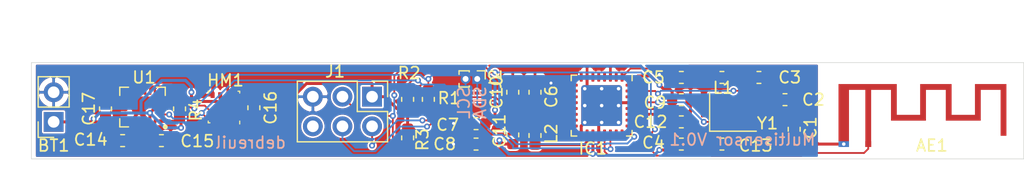
<source format=kicad_pcb>
(kicad_pcb (version 20171130) (host pcbnew "(5.1.5)-3")
  (layers (0 F.Cu signal) (31 B.Cu signal) (34 B.Paste user) (35 F.Paste user) (36 B.SilkS user) (37 F.SilkS user) (38 B.Mask user) (39 F.Mask user) (44 Edge.Cuts user))
  (net 0 "")
  (net 1 "Net-(AE1-Pad1)")
  (net 2 GND)
  (net 3 VDDS)
  (net 4 "Net-(C2-Pad1)")
  (net 5 "Net-(C5-Pad2)")
  (net 6 VDDR)
  (net 7 "Net-(C10-Pad1)")
  (net 8 nRESET)
  (net 9 "Net-(C14-Pad1)")
  (net 10 "Net-(C15-Pad1)")
  (net 11 SDA)
  (net 12 SCL)
  (net 13 "Net-(IC1-Pad31)")
  (net 14 "Net-(IC1-Pad30)")
  (net 15 "Net-(IC1-Pad26)")
  (net 16 "Net-(IC1-Pad25)")
  (net 17 "Net-(IC1-Pad23)")
  (net 18 DCDC_SW)
  (net 19 "Net-(IC1-Pad16)")
  (net 20 "Net-(IC1-Pad15)")
  (net 21 JTAG_TCK)
  (net 22 JTAG_TMS)
  (net 23 "Net-(IC1-Pad10)")
  (net 24 "Net-(IC1-Pad9)")
  (net 25 "Net-(IC1-Pad8)")
  (net 26 "Net-(IC1-Pad6)")
  (net 27 "Net-(IC1-Pad5)")
  (net 28 "Net-(IC1-Pad4)")
  (net 29 "Net-(IC1-Pad2)")
  (net 30 "Net-(J1-Pad6)")
  (net 31 I2C_SEL)
  (net 32 "Net-(U1-Pad13)")
  (net 33 "Net-(U1-Pad12)")
  (net 34 "Net-(U1-Pad11)")
  (net 35 "Net-(U1-Pad10)")
  (net 36 "Net-(U1-Pad9)")
  (module Connector_PinHeader_1.00mm:PinHeader_1x02_P1.00mm_Vertical (layer F.Cu) (at 89.027 82.042 270)
    (fp_text reference J2 (at 0 -1.56 90) (layer F.SilkS))
    (fp_text value Conn_01x02_Male)
    (pad 2 thru_hole oval (at 0 1 270) (size 0.85 0.85) (drill 0.5) (layers *.Cu *.Mask) (net 12 SCL))
    (pad 1 thru_hole rect (at 0 0 270) (size 0.85 0.85) (drill 0.5) (layers *.Cu *.Mask) (net 11 SDA))
  )
  (module Crystal:Crystal_SMD_3225-4Pin_3.2x2.5mm (layer F.Cu) (at 110.955 84.875)
    (fp_text reference Y1 (at 2.964 0.977) (layer F.SilkS))
    (fp_text value Crystal_GND24)
    (pad 4 smd rect (at -1.1 -0.85) (size 1.4 1.2) (layers F.Cu F.Paste F.Mask) (net 2 GND))
    (pad 3 smd rect (at 1.1 -0.85) (size 1.4 1.2) (layers F.Cu F.Paste F.Mask) (net 13 "Net-(IC1-Pad31)"))
    (pad 2 smd rect (at 1.1 0.85) (size 1.4 1.2) (layers F.Cu F.Paste F.Mask) (net 2 GND))
    (pad 1 smd rect (at -1.1 0.85) (size 1.4 1.2) (layers F.Cu F.Paste F.Mask) (net 14 "Net-(IC1-Pad30)"))
  )
  (module Package_LGA:LGA-24L_3x3.5mm_P0.43mm (layer F.Cu) (at 60.325 84.455 180)
    (fp_text reference U1 (at -0.127 2.54) (layer F.SilkS))
    (fp_text value LSM9DS1)
    (pad 13 smd rect (at 1.505 1.225 180) (size 0.23 0.35) (layers F.Cu F.Paste F.Mask) (net 32 "Net-(U1-Pad13)"))
    (pad 12 smd rect (at 1.075 1.225 180) (size 0.23 0.35) (layers F.Cu F.Paste F.Mask) (net 33 "Net-(U1-Pad12)"))
    (pad 11 smd rect (at 0.645 1.225 180) (size 0.23 0.35) (layers F.Cu F.Paste F.Mask) (net 34 "Net-(U1-Pad11)"))
    (pad 10 smd rect (at 0.215 1.225 180) (size 0.23 0.35) (layers F.Cu F.Paste F.Mask) (net 35 "Net-(U1-Pad10)"))
    (pad 9 smd rect (at -0.215 1.225 180) (size 0.23 0.35) (layers F.Cu F.Paste F.Mask) (net 36 "Net-(U1-Pad9)"))
    (pad 8 smd rect (at -0.645 1.225 180) (size 0.23 0.35) (layers F.Cu F.Paste F.Mask) (net 31 I2C_SEL))
    (pad 7 smd rect (at -1.075 1.225 180) (size 0.23 0.35) (layers F.Cu F.Paste F.Mask) (net 31 I2C_SEL))
    (pad 6 smd rect (at -1.505 1.225 180) (size 0.23 0.35) (layers F.Cu F.Paste F.Mask) (net 2 GND))
    (pad 18 smd rect (at 1.505 -1.225 180) (size 0.23 0.35) (layers F.Cu F.Paste F.Mask) (net 2 GND))
    (pad 19 smd rect (at 1.075 -1.225 180) (size 0.23 0.35) (layers F.Cu F.Paste F.Mask) (net 2 GND))
    (pad 20 smd rect (at 0.645 -1.225 180) (size 0.23 0.35) (layers F.Cu F.Paste F.Mask) (net 2 GND))
    (pad 21 smd rect (at 0.215 -1.225 180) (size 0.23 0.35) (layers F.Cu F.Paste F.Mask) (net 9 "Net-(C14-Pad1)"))
    (pad 22 smd rect (at -0.215 -1.225 180) (size 0.23 0.35) (layers F.Cu F.Paste F.Mask) (net 3 VDDS))
    (pad 23 smd rect (at -0.645 -1.225 180) (size 0.23 0.35) (layers F.Cu F.Paste F.Mask) (net 3 VDDS))
    (pad 24 smd rect (at -1.075 -1.225 180) (size 0.23 0.35) (layers F.Cu F.Paste F.Mask) (net 10 "Net-(C15-Pad1)"))
    (pad 14 smd rect (at 1.475 0.645 180) (size 0.35 0.23) (layers F.Cu F.Paste F.Mask) (net 2 GND))
    (pad 5 smd rect (at -1.475 0.645 180) (size 0.35 0.23) (layers F.Cu F.Paste F.Mask) (net 2 GND))
    (pad 15 smd rect (at 1.475 0.215 180) (size 0.35 0.23) (layers F.Cu F.Paste F.Mask) (net 2 GND))
    (pad 4 smd rect (at -1.475 0.215 180) (size 0.35 0.23) (layers F.Cu F.Paste F.Mask) (net 11 SDA))
    (pad 16 smd rect (at 1.475 -0.215 180) (size 0.35 0.23) (layers F.Cu F.Paste F.Mask) (net 2 GND))
    (pad 3 smd rect (at -1.475 -0.215 180) (size 0.35 0.23) (layers F.Cu F.Paste F.Mask) (net 3 VDDS))
    (pad 17 smd rect (at 1.475 -0.645 180) (size 0.35 0.23) (layers F.Cu F.Paste F.Mask) (net 2 GND))
    (pad 2 smd rect (at -1.475 -0.645 180) (size 0.35 0.23) (layers F.Cu F.Paste F.Mask) (net 12 SCL))
    (pad 1 smd rect (at -1.505 -1.225 180) (size 0.23 0.35) (layers F.Cu F.Paste F.Mask) (net 3 VDDS))
  )
  (module Resistor_SMD:R_0603_1608Metric (layer F.Cu) (at 63.5 84.6075 90)
    (fp_text reference R4 (at -0.1015 1.397 90) (layer F.SilkS))
    (fp_text value 10k)
    (pad 2 smd roundrect (at 0.7875 0 90) (size 0.875 0.95) (layers F.Cu F.Paste F.Mask) (net 31 I2C_SEL))
    (pad 1 smd roundrect (at -0.7875 0 90) (size 0.875 0.95) (layers F.Cu F.Paste F.Mask) (net 3 VDDS))
  )
  (module Resistor_SMD:R_0603_1608Metric (layer F.Cu) (at 83.058 87.0965 90)
    (fp_text reference R3 (at -0.1525 1.27 90) (layer F.SilkS))
    (fp_text value 102k)
    (pad 2 smd roundrect (at 0.7875 0 90) (size 0.875 0.95) (layers F.Cu F.Paste F.Mask) (net 3 VDDS))
    (pad 1 smd roundrect (at -0.7875 0 90) (size 0.875 0.95) (layers F.Cu F.Paste F.Mask) (net 8 nRESET))
  )
  (module Resistor_SMD:R_0603_1608Metric (layer F.Cu) (at 83.058 83.7945 270)
    (fp_text reference R2 (at -2.2605 -0.127 180) (layer F.SilkS))
    (fp_text value 4.7k)
    (pad 2 smd roundrect (at 0.7875 0 270) (size 0.875 0.95) (layers F.Cu F.Paste F.Mask) (net 3 VDDS))
    (pad 1 smd roundrect (at -0.7875 0 270) (size 0.875 0.95) (layers F.Cu F.Paste F.Mask) (net 12 SCL))
  )
  (module Resistor_SMD:R_0603_1608Metric (layer F.Cu) (at 84.836 83.7945 270)
    (fp_text reference R1 (at -0.1015 -1.778) (layer F.SilkS))
    (fp_text value 4.7k)
    (pad 2 smd roundrect (at 0.7875 0 270) (size 0.875 0.95) (layers F.Cu F.Paste F.Mask) (net 3 VDDS))
    (pad 1 smd roundrect (at -0.7875 0 270) (size 0.875 0.95) (layers F.Cu F.Paste F.Mask) (net 11 SDA))
  )
  (module Inductor_SMD:L_0603_1608Metric (layer F.Cu) (at 93.98 86.8935 90)
    (fp_text reference L2 (at 0.1525 1.397 90) (layer F.SilkS))
    (fp_text value 10uH)
    (pad 2 smd roundrect (at 0.7875 0 90) (size 0.875 0.95) (layers F.Cu F.Paste F.Mask) (net 6 VDDR))
    (pad 1 smd roundrect (at -0.7875 0 90) (size 0.875 0.95) (layers F.Cu F.Paste F.Mask) (net 18 DCDC_SW))
  )
  (module Inductor_SMD:L_0603_1608Metric (layer F.Cu) (at 110.0075 81.915 180)
    (fp_text reference L1 (at -0.1015 -0.889) (layer F.SilkS))
    (fp_text value 2nH)
    (pad 2 smd roundrect (at 0.7875 0 180) (size 0.875 0.95) (layers F.Cu F.Paste F.Mask) (net 5 "Net-(C5-Pad2)"))
    (pad 1 smd roundrect (at -0.7875 0 180) (size 0.875 0.95) (layers F.Cu F.Paste F.Mask) (net 4 "Net-(C2-Pad1)"))
  )
  (module Connector_PinHeader_2.54mm:PinHeader_2x03_P2.54mm_Vertical (layer F.Cu) (at 80.01 83.566 270)
    (fp_text reference J1 (at -2.159 3.175 180) (layer F.SilkS))
    (fp_text value JTAG)
    (pad 6 thru_hole oval (at 2.54 5.08 270) (size 1.7 1.7) (drill 1) (layers *.Cu *.Mask) (net 30 "Net-(J1-Pad6)"))
    (pad 5 thru_hole oval (at 0 5.08 270) (size 1.7 1.7) (drill 1) (layers *.Cu *.Mask) (net 2 GND))
    (pad 4 thru_hole oval (at 2.54 2.54 270) (size 1.7 1.7) (drill 1) (layers *.Cu *.Mask) (net 21 JTAG_TCK))
    (pad 3 thru_hole oval (at 0 2.54 270) (size 1.7 1.7) (drill 1) (layers *.Cu *.Mask) (net 8 nRESET))
    (pad 2 thru_hole oval (at 2.54 0 270) (size 1.7 1.7) (drill 1) (layers *.Cu *.Mask) (net 22 JTAG_TMS))
    (pad 1 thru_hole rect (at 0 0 270) (size 1.7 1.7) (drill 1) (layers *.Cu *.Mask) (net 3 VDDS))
  )
  (module Package_DFN_QFN:VQFN-32-1EP_5x5mm_P0.5mm_EP3.5x3.5mm_ThermalVias (layer F.Cu) (at 99.695 84.328 270)
    (fp_text reference IC1 (at 3.683 0.762 180) (layer F.SilkS))
    (fp_text value CC2650F128RSMT)
    (pad 32 smd roundrect (at -1.75 -2.45 270) (size 0.25 0.8) (layers F.Cu F.Paste F.Mask) (net 6 VDDR))
    (pad 31 smd roundrect (at -1.25 -2.45 270) (size 0.25 0.8) (layers F.Cu F.Paste F.Mask) (net 13 "Net-(IC1-Pad31)"))
    (pad 30 smd roundrect (at -0.75 -2.45 270) (size 0.25 0.8) (layers F.Cu F.Paste F.Mask) (net 14 "Net-(IC1-Pad30)"))
    (pad 29 smd roundrect (at -0.25 -2.45 270) (size 0.25 0.8) (layers F.Cu F.Paste F.Mask) (net 2 GND))
    (pad 28 smd roundrect (at 0.25 -2.45 270) (size 0.25 0.8) (layers F.Cu F.Paste F.Mask) (net 6 VDDR))
    (pad 27 smd roundrect (at 0.75 -2.45 270) (size 0.25 0.8) (layers F.Cu F.Paste F.Mask) (net 3 VDDS))
    (pad 26 smd roundrect (at 1.25 -2.45 270) (size 0.25 0.8) (layers F.Cu F.Paste F.Mask) (net 15 "Net-(IC1-Pad26)"))
    (pad 25 smd roundrect (at 1.75 -2.45 270) (size 0.25 0.8) (layers F.Cu F.Paste F.Mask) (net 16 "Net-(IC1-Pad25)"))
    (pad 24 smd roundrect (at 2.45 -1.75 270) (size 0.8 0.25) (layers F.Cu F.Paste F.Mask) (net 11 SDA))
    (pad 23 smd roundrect (at 2.45 -1.25 270) (size 0.8 0.25) (layers F.Cu F.Paste F.Mask) (net 17 "Net-(IC1-Pad23)"))
    (pad 22 smd roundrect (at 2.45 -0.75 270) (size 0.8 0.25) (layers F.Cu F.Paste F.Mask) (net 12 SCL))
    (pad 21 smd roundrect (at 2.45 -0.25 270) (size 0.8 0.25) (layers F.Cu F.Paste F.Mask) (net 8 nRESET))
    (pad 20 smd roundrect (at 2.45 0.25 270) (size 0.8 0.25) (layers F.Cu F.Paste F.Mask) (net 2 GND))
    (pad 19 smd roundrect (at 2.45 0.75 270) (size 0.8 0.25) (layers F.Cu F.Paste F.Mask) (net 3 VDDS))
    (pad 18 smd roundrect (at 2.45 1.25 270) (size 0.8 0.25) (layers F.Cu F.Paste F.Mask) (net 18 DCDC_SW))
    (pad 17 smd roundrect (at 2.45 1.75 270) (size 0.8 0.25) (layers F.Cu F.Paste F.Mask) (net 2 GND))
    (pad 16 smd roundrect (at 1.75 2.45 270) (size 0.25 0.8) (layers F.Cu F.Paste F.Mask) (net 19 "Net-(IC1-Pad16)"))
    (pad 15 smd roundrect (at 1.25 2.45 270) (size 0.25 0.8) (layers F.Cu F.Paste F.Mask) (net 20 "Net-(IC1-Pad15)"))
    (pad 14 smd roundrect (at 0.75 2.45 270) (size 0.25 0.8) (layers F.Cu F.Paste F.Mask) (net 21 JTAG_TCK))
    (pad 13 smd roundrect (at 0.25 2.45 270) (size 0.25 0.8) (layers F.Cu F.Paste F.Mask) (net 22 JTAG_TMS))
    (pad 12 smd roundrect (at -0.25 2.45 270) (size 0.25 0.8) (layers F.Cu F.Paste F.Mask) (net 7 "Net-(C10-Pad1)"))
    (pad 11 smd roundrect (at -0.75 2.45 270) (size 0.25 0.8) (layers F.Cu F.Paste F.Mask) (net 3 VDDS))
    (pad 10 smd roundrect (at -1.25 2.45 270) (size 0.25 0.8) (layers F.Cu F.Paste F.Mask) (net 23 "Net-(IC1-Pad10)"))
    (pad 9 smd roundrect (at -1.75 2.45 270) (size 0.25 0.8) (layers F.Cu F.Paste F.Mask) (net 24 "Net-(IC1-Pad9)"))
    (pad 8 smd roundrect (at -2.45 1.75 270) (size 0.8 0.25) (layers F.Cu F.Paste F.Mask) (net 25 "Net-(IC1-Pad8)"))
    (pad 7 smd roundrect (at -2.45 1.25 270) (size 0.8 0.25) (layers F.Cu F.Paste F.Mask) (net 2 GND))
    (pad 6 smd roundrect (at -2.45 0.75 270) (size 0.8 0.25) (layers F.Cu F.Paste F.Mask) (net 26 "Net-(IC1-Pad6)"))
    (pad 5 smd roundrect (at -2.45 0.25 270) (size 0.8 0.25) (layers F.Cu F.Paste F.Mask) (net 27 "Net-(IC1-Pad5)"))
    (pad 4 smd roundrect (at -2.45 -0.25 270) (size 0.8 0.25) (layers F.Cu F.Paste F.Mask) (net 28 "Net-(IC1-Pad4)"))
    (pad 3 smd roundrect (at -2.45 -0.75 270) (size 0.8 0.25) (layers F.Cu F.Paste F.Mask) (net 2 GND))
    (pad 2 smd roundrect (at -2.45 -1.25 270) (size 0.8 0.25) (layers F.Cu F.Paste F.Mask) (net 29 "Net-(IC1-Pad2)"))
    (pad 1 smd roundrect (at -2.45 -1.75 270) (size 0.8 0.25) (layers F.Cu F.Paste F.Mask) (net 5 "Net-(C5-Pad2)"))
    (pad 33 smd roundrect (at 0 0 270) (size 3.5 3.5) (layers B.Cu) (roundrect_rratio 0.07142900000000001) (net 2 GND))
    (pad 33 thru_hole circle (at 1.45 1.45 270) (size 0.6 0.6) (drill 0.3) (layers *.Cu) (net 2 GND))
    (pad 33 thru_hole circle (at 0 1.45 270) (size 0.6 0.6) (drill 0.3) (layers *.Cu) (net 2 GND))
    (pad 33 thru_hole circle (at -1.45 1.45 270) (size 0.6 0.6) (drill 0.3) (layers *.Cu) (net 2 GND))
    (pad 33 thru_hole circle (at 1.45 0 270) (size 0.6 0.6) (drill 0.3) (layers *.Cu) (net 2 GND))
    (pad 33 thru_hole circle (at 0 0 270) (size 0.6 0.6) (drill 0.3) (layers *.Cu) (net 2 GND))
    (pad 33 thru_hole circle (at -1.45 0 270) (size 0.6 0.6) (drill 0.3) (layers *.Cu) (net 2 GND))
    (pad 33 thru_hole circle (at 1.45 -1.45 270) (size 0.6 0.6) (drill 0.3) (layers *.Cu) (net 2 GND))
    (pad 33 thru_hole circle (at 0 -1.45 270) (size 0.6 0.6) (drill 0.3) (layers *.Cu) (net 2 GND))
    (pad 33 thru_hole circle (at -1.45 -1.45 270) (size 0.6 0.6) (drill 0.3) (layers *.Cu) (net 2 GND))
    (pad 33 smd roundrect (at 0 0 270) (size 3.5 3.5) (layers F.Cu F.Mask) (roundrect_rratio 0.07142900000000001) (net 2 GND))
  )
  (module Package_LGA:Bosch_LGA-8_2.5x2.5mm_P0.65mm_ClockwisePinNumbering (layer F.Cu) (at 67.31 84.455 180)
    (fp_text reference HM1 (at -0.127 2.286) (layer F.SilkS))
    (fp_text value BME280)
    (pad 5 smd rect (at 0.975 1.025 270) (size 0.5 0.35) (layers F.Cu F.Paste F.Mask) (net 2 GND))
    (pad 6 smd rect (at 0.325 1.025 270) (size 0.5 0.35) (layers F.Cu F.Paste F.Mask) (net 3 VDDS))
    (pad 7 smd rect (at -0.325 1.025 270) (size 0.5 0.35) (layers F.Cu F.Paste F.Mask) (net 2 GND))
    (pad 8 smd rect (at -0.975 1.025 270) (size 0.5 0.35) (layers F.Cu F.Paste F.Mask) (net 3 VDDS))
    (pad 1 smd rect (at -0.975 -1.025 270) (size 0.5 0.35) (layers F.Cu F.Paste F.Mask) (net 2 GND))
    (pad 2 smd rect (at -0.325 -1.025 270) (size 0.5 0.35) (layers F.Cu F.Paste F.Mask) (net 3 VDDS))
    (pad 3 smd rect (at 0.325 -1.025 270) (size 0.5 0.35) (layers F.Cu F.Paste F.Mask) (net 11 SDA))
    (pad 4 smd rect (at 0.975 -1.025 270) (size 0.5 0.35) (layers F.Cu F.Paste F.Mask) (net 12 SCL))
  )
  (module Capacitor_SMD:C_0603_1608Metric (layer F.Cu) (at 57.15 84.6075 90)
    (fp_text reference C17 (at 0 -1.43 90) (layer F.SilkS))
    (fp_text value 0.1uF)
    (pad 2 smd roundrect (at 0.7875 0 90) (size 0.875 0.95) (layers F.Cu F.Paste F.Mask) (net 2 GND))
    (pad 1 smd roundrect (at -0.7875 0 90) (size 0.875 0.95) (layers F.Cu F.Paste F.Mask) (net 3 VDDS))
  )
  (module Capacitor_SMD:C_0603_1608Metric (layer F.Cu) (at 69.873487 84.513935 270)
    (fp_text reference C16 (at 0 -1.43 90) (layer F.SilkS))
    (fp_text value 0.1uF)
    (pad 2 smd roundrect (at 0.7875 0 270) (size 0.875 0.95) (layers F.Cu F.Paste F.Mask) (net 2 GND))
    (pad 1 smd roundrect (at -0.7875 0 270) (size 0.875 0.95) (layers F.Cu F.Paste F.Mask) (net 3 VDDS))
  )
  (module Capacitor_SMD:C_0603_1608Metric (layer F.Cu) (at 61.945465 87.331325)
    (fp_text reference C15 (at 3.078535 0.044675) (layer F.SilkS))
    (fp_text value 0.1uF)
    (pad 2 smd roundrect (at 0.7875 0) (size 0.875 0.95) (layers F.Cu F.Paste F.Mask) (net 2 GND))
    (pad 1 smd roundrect (at -0.7875 0) (size 0.875 0.95) (layers F.Cu F.Paste F.Mask) (net 10 "Net-(C15-Pad1)"))
  )
  (module Capacitor_SMD:C_0603_1608Metric (layer F.Cu) (at 58.617965 87.331325 180)
    (fp_text reference C14 (at 2.737965 0.082325) (layer F.SilkS))
    (fp_text value 10nF)
    (pad 2 smd roundrect (at 0.7875 0 180) (size 0.875 0.95) (layers F.Cu F.Paste F.Mask) (net 2 GND))
    (pad 1 smd roundrect (at -0.7875 0 180) (size 0.875 0.95) (layers F.Cu F.Paste F.Mask) (net 9 "Net-(C14-Pad1)"))
  )
  (module Capacitor_SMD:C_0603_1608Metric (layer F.Cu) (at 110.0075 87.63)
    (fp_text reference C13 (at 2.8955 0.127) (layer F.SilkS))
    (fp_text value 100nF)
    (pad 2 smd roundrect (at 0.7875 0) (size 0.875 0.95) (layers F.Cu F.Paste F.Mask) (net 2 GND))
    (pad 1 smd roundrect (at -0.7875 0) (size 0.875 0.95) (layers F.Cu F.Paste F.Mask) (net 8 nRESET))
  )
  (module Capacitor_SMD:C_0603_1608Metric (layer F.Cu) (at 106.5275 85.725)
    (fp_text reference C12 (at -2.6415 0) (layer F.SilkS))
    (fp_text value 0.1uF)
    (pad 2 smd roundrect (at 0.7875 0) (size 0.875 0.95) (layers F.Cu F.Paste F.Mask) (net 2 GND))
    (pad 1 smd roundrect (at -0.7875 0) (size 0.875 0.95) (layers F.Cu F.Paste F.Mask) (net 6 VDDR))
  )
  (module Capacitor_SMD:C_0603_1608Metric (layer F.Cu) (at 92.075 86.8425 90)
    (fp_text reference C11 (at 0.3555 -1.143 90) (layer F.SilkS))
    (fp_text value 0.1uF)
    (pad 2 smd roundrect (at 0.7875 0 90) (size 0.875 0.95) (layers F.Cu F.Paste F.Mask) (net 2 GND))
    (pad 1 smd roundrect (at -0.7875 0 90) (size 0.875 0.95) (layers F.Cu F.Paste F.Mask) (net 3 VDDS))
  )
  (module Capacitor_SMD:C_0603_1608Metric (layer F.Cu) (at 92.075 83.185 90)
    (fp_text reference C10 (at 0 -1.397 90) (layer F.SilkS))
    (fp_text value 1uF)
    (pad 2 smd roundrect (at 0.7875 0 90) (size 0.875 0.95) (layers F.Cu F.Paste F.Mask) (net 2 GND))
    (pad 1 smd roundrect (at -0.7875 0 90) (size 0.875 0.95) (layers F.Cu F.Paste F.Mask) (net 7 "Net-(C10-Pad1)"))
  )
  (module Capacitor_SMD:C_0603_1608Metric (layer F.Cu) (at 106.5275 83.82)
    (fp_text reference C9 (at -2.2605 0.254) (layer F.SilkS))
    (fp_text value 0.1uF)
    (pad 2 smd roundrect (at 0.7875 0) (size 0.875 0.95) (layers F.Cu F.Paste F.Mask) (net 2 GND))
    (pad 1 smd roundrect (at -0.7875 0) (size 0.875 0.95) (layers F.Cu F.Paste F.Mask) (net 6 VDDR))
  )
  (module Capacitor_SMD:C_0603_1608Metric (layer F.Cu) (at 88.9255 87.63 180)
    (fp_text reference C8 (at 2.6925 0) (layer F.SilkS))
    (fp_text value 10uF)
    (pad 2 smd roundrect (at 0.7875 0 180) (size 0.875 0.95) (layers F.Cu F.Paste F.Mask) (net 2 GND))
    (pad 1 smd roundrect (at -0.7875 0 180) (size 0.875 0.95) (layers F.Cu F.Paste F.Mask) (net 3 VDDS))
  )
  (module Capacitor_SMD:C_0603_1608Metric (layer F.Cu) (at 88.9255 85.8775 180)
    (fp_text reference C7 (at 2.4385 -0.1015) (layer F.SilkS))
    (fp_text value 10uF)
    (pad 2 smd roundrect (at 0.7875 0 180) (size 0.875 0.95) (layers F.Cu F.Paste F.Mask) (net 2 GND))
    (pad 1 smd roundrect (at -0.7875 0 180) (size 0.875 0.95) (layers F.Cu F.Paste F.Mask) (net 6 VDDR))
  )
  (module Capacitor_SMD:C_0603_1608Metric (layer F.Cu) (at 93.98 83.185 90)
    (fp_text reference C6 (at -0.381 1.397 90) (layer F.SilkS))
    (fp_text value 0.1uF)
    (pad 2 smd roundrect (at 0.7875 0 90) (size 0.875 0.95) (layers F.Cu F.Paste F.Mask) (net 2 GND))
    (pad 1 smd roundrect (at -0.7875 0 90) (size 0.875 0.95) (layers F.Cu F.Paste F.Mask) (net 3 VDDS))
  )
  (module Capacitor_SMD:C_0603_1608Metric (layer F.Cu) (at 106.5275 81.915)
    (fp_text reference C5 (at -2.3875 0) (layer F.SilkS))
    (fp_text value 1.2pF)
    (pad 2 smd roundrect (at 0.7875 0) (size 0.875 0.95) (layers F.Cu F.Paste F.Mask) (net 5 "Net-(C5-Pad2)"))
    (pad 1 smd roundrect (at -0.7875 0) (size 0.875 0.95) (layers F.Cu F.Paste F.Mask) (net 2 GND))
  )
  (module Capacitor_SMD:C_0603_1608Metric (layer F.Cu) (at 106.5275 87.63)
    (fp_text reference C4 (at -2.3875 -0.127) (layer F.SilkS))
    (fp_text value 0.1uF)
    (pad 2 smd roundrect (at 0.7875 0) (size 0.875 0.95) (layers F.Cu F.Paste F.Mask) (net 2 GND))
    (pad 1 smd roundrect (at -0.7875 0) (size 0.875 0.95) (layers F.Cu F.Paste F.Mask) (net 3 VDDS))
  )
  (module Capacitor_SMD:C_0603_1608Metric (layer F.Cu) (at 113.1825 81.915)
    (fp_text reference C3 (at 2.6415 0) (layer F.SilkS))
    (fp_text value 12pF)
    (pad 2 smd roundrect (at 0.7875 0) (size 0.875 0.95) (layers F.Cu F.Paste F.Mask) (net 4 "Net-(C2-Pad1)"))
    (pad 1 smd roundrect (at -0.7875 0) (size 0.875 0.95) (layers F.Cu F.Paste F.Mask) (net 2 GND))
  )
  (module Capacitor_SMD:C_0603_1608Metric (layer F.Cu) (at 115.4175 83.82)
    (fp_text reference C2 (at 2.4385 0) (layer F.SilkS))
    (fp_text value 1.2pF)
    (pad 2 smd roundrect (at 0.7875 0) (size 0.875 0.95) (layers F.Cu F.Paste F.Mask) (net 1 "Net-(AE1-Pad1)"))
    (pad 1 smd roundrect (at -0.7875 0) (size 0.875 0.95) (layers F.Cu F.Paste F.Mask) (net 4 "Net-(C2-Pad1)"))
  )
  (module Capacitor_SMD:C_0603_1608Metric (layer F.Cu) (at 116.205 86.36 90)
    (fp_text reference C1 (at 0.127 1.397 270) (layer F.SilkS))
    (fp_text value 1.2pF)
    (pad 2 smd roundrect (at 0.7875 0 90) (size 0.875 0.95) (layers F.Cu F.Paste F.Mask) (net 2 GND))
    (pad 1 smd roundrect (at -0.7875 0 90) (size 0.875 0.95) (layers F.Cu F.Paste F.Mask) (net 1 "Net-(AE1-Pad1)"))
  )
  (module Connector_PinSocket_2.54mm:PinSocket_1x02_P2.54mm_Vertical (layer F.Cu) (at 52.705 85.725 180)
    (fp_text reference BT1 (at 0 -2.032) (layer F.SilkS))
    (fp_text value Battery_Cell)
    (pad 2 thru_hole oval (at 0 2.54 180) (size 1.7 1.7) (drill 1) (layers *.Cu *.Mask) (net 2 GND))
    (pad 1 thru_hole rect (at 0 0 180) (size 1.7 1.7) (drill 1) (layers *.Cu *.Mask) (net 3 VDDS))
  )
  (module RF_Antenna:Texas_SWRA117D_2.4GHz_Right (layer F.Cu) (at 122.555 87.63)
    (fp_text reference AE1 (at 5.461 0.127) (layer F.SilkS))
    (fp_text value Antenna_Shield)
    (fp_poly (pts (xy 2.45 -2.51) (xy 4.45 -2.51) (xy 4.45 -5.15) (xy 7.15 -5.15) (xy 7.15 -2.51) (xy 9.15 -2.51) (xy 9.15 -5.15) (xy 11.85 -5.15) (xy 11.85 -0.71) (xy 11.35 -0.71) (xy 11.35 -4.65) (xy 9.65 -4.65) (xy 9.65 -2.01) (xy 6.65 -2.01) (xy 6.65 -4.65) (xy 4.95 -4.65) (xy 4.95 -2.01) (xy 1.95 -2.01) (xy 1.95 -4.65) (xy 0.25 -4.65) (xy 0.25 0.25) (xy -0.25 0.25) (xy -0.25 -4.65) (xy -1.65 -4.65) (xy -1.65 0.25) (xy -2.55 0.25) (xy -2.55 0.006785) (xy -2.247583 0.006785) (xy -2.237742 0.054395) (xy -2.213674 0.096797) (xy -2.175731 0.129581) (xy -2.167819 0.133935) (xy -2.125156 0.146043) (xy -2.076637 0.1453) (xy -2.031122 0.1324) (xy -2.012511 0.121787) (xy -1.978868 0.086553) (xy -1.958309 0.041368) (xy -1.951778 -0.008158) (xy -1.960218 -0.056417) (xy -1.977112 -0.088643) (xy -2.012372 -0.121313) (xy -2.057682 -0.141408) (xy -2.107267 -0.147982) (xy -2.155353 -0.140092) (xy -2.188245 -0.123186) (xy -2.223185 -0.086416) (xy -2.242847 -0.041622) (xy -2.247583 0.006785) (xy -2.55 0.006785) (xy -2.55 -5.15) (xy 2.45 -5.15) (xy 2.45 -2.51)) (layer F.Cu) (width 0))
    (pad 1 connect rect (at 0 0) (size 0.5 0.5) (layers F.Cu) (net 1 "Net-(AE1-Pad1)"))
    (pad 2 thru_hole rect (at -2.1 0) (size 0.9 0.5) (drill 0.3) (layers *.Cu) (net 2 GND))
  )
  (gr_text debreuil (at 69.596 87.503) (layer B.SilkS) (effects (font (size 1 1)) (justify mirror)))
  (gr_text "Multisensor V0.1" (at 111.76 87.249) (layer B.SilkS) (effects (font (size 1 1)) (justify mirror)))
  (gr_text SDA (at 89.281 84.074 90) (layer B.SilkS) (effects (font (size 1 1)) (justify mirror)))
  (gr_text SCL (at 87.884 84.074 90) (layer B.SilkS) (effects (font (size 1 1)) (justify mirror)))
  (gr_line (start 50.8 88.9) (end 50.8 80.645) (layer Edge.Cuts) (width 0.05))
  (gr_line (start 135.89 88.9) (end 50.8 88.9) (layer Edge.Cuts) (width 0.05))
  (gr_line (start 135.89 80.645) (end 135.89 88.9) (layer Edge.Cuts) (width 0.05))
  (gr_line (start 50.8 80.645) (end 135.89 80.645) (layer Edge.Cuts) (width 0.05))
  (segment (start 115.73 87.1475) (end 116.205 87.1475) (width 0.1524) (layer F.Cu) (net 1))
  (segment (start 115.50139 86.91889) (end 115.73 87.1475) (width 0.1524) (layer F.Cu) (net 1))
  (segment (start 115.50139 84.99861) (end 115.50139 86.91889) (width 0.1524) (layer F.Cu) (net 1))
  (segment (start 116.205 84.295) (end 115.50139 84.99861) (width 0.1524) (layer F.Cu) (net 1))
  (segment (start 116.205 83.82) (end 116.205 84.295) (width 0.1524) (layer F.Cu) (net 1))
  (segment (start 116.205 87.585) (end 117.012 88.392) (width 0.1524) (layer F.Cu) (net 1))
  (segment (start 116.205 87.1475) (end 116.205 87.585) (width 0.1524) (layer F.Cu) (net 1))
  (segment (start 122.555 88.0324) (end 122.555 87.63) (width 0.1524) (layer F.Cu) (net 1))
  (segment (start 122.1954 88.392) (end 122.555 88.0324) (width 0.1524) (layer F.Cu) (net 1))
  (segment (start 117.012 88.392) (end 122.1954 88.392) (width 0.1524) (layer F.Cu) (net 1))
  (segment (start 118.2625 87.63) (end 116.205 85.5725) (width 0.254) (layer F.Cu) (net 2))
  (segment (start 120.455 87.63) (end 118.2625 87.63) (width 0.254) (layer F.Cu) (net 2))
  (segment (start 59.68 86.109) (end 59.556 86.233) (width 0.254) (layer F.Cu) (net 2))
  (segment (start 59.68 85.68) (end 59.68 86.109) (width 0.254) (layer F.Cu) (net 2))
  (segment (start 58.82 86.109) (end 58.82 85.68) (width 0.254) (layer F.Cu) (net 2))
  (segment (start 58.944 86.233) (end 58.82 86.109) (width 0.254) (layer F.Cu) (net 2))
  (segment (start 59.25 86.165) (end 59.182 86.233) (width 0.254) (layer F.Cu) (net 2))
  (segment (start 59.25 85.68) (end 59.25 86.165) (width 0.254) (layer F.Cu) (net 2))
  (segment (start 59.556 86.233) (end 59.182 86.233) (width 0.254) (layer F.Cu) (net 2))
  (segment (start 59.182 86.233) (end 58.944 86.233) (width 0.254) (layer F.Cu) (net 2))
  (segment (start 58.421 83.81) (end 58.85 83.81) (width 0.254) (layer F.Cu) (net 2))
  (segment (start 58.293 83.938) (end 58.421 83.81) (width 0.254) (layer F.Cu) (net 2))
  (segment (start 58.451 85.68) (end 58.293 85.522) (width 0.254) (layer F.Cu) (net 2))
  (segment (start 58.82 85.68) (end 58.451 85.68) (width 0.254) (layer F.Cu) (net 2))
  (segment (start 58.421 84.24) (end 58.333 84.328) (width 0.254) (layer F.Cu) (net 2))
  (segment (start 58.85 84.24) (end 58.421 84.24) (width 0.254) (layer F.Cu) (net 2))
  (segment (start 58.333 84.328) (end 58.293 84.328) (width 0.254) (layer F.Cu) (net 2))
  (segment (start 58.293 84.328) (end 58.293 83.938) (width 0.254) (layer F.Cu) (net 2))
  (segment (start 58.421 84.67) (end 58.382 84.709) (width 0.254) (layer F.Cu) (net 2))
  (segment (start 58.382 84.709) (end 58.293 84.709) (width 0.254) (layer F.Cu) (net 2))
  (segment (start 58.85 84.67) (end 58.421 84.67) (width 0.254) (layer F.Cu) (net 2))
  (segment (start 58.293 84.709) (end 58.293 84.328) (width 0.254) (layer F.Cu) (net 2))
  (segment (start 58.411 85.09) (end 58.293 85.09) (width 0.254) (layer F.Cu) (net 2))
  (segment (start 58.85 85.1) (end 58.421 85.1) (width 0.254) (layer F.Cu) (net 2))
  (segment (start 58.421 85.1) (end 58.411 85.09) (width 0.254) (layer F.Cu) (net 2))
  (segment (start 58.293 85.522) (end 58.293 85.09) (width 0.254) (layer F.Cu) (net 2))
  (segment (start 58.293 85.09) (end 58.293 84.709) (width 0.254) (layer F.Cu) (net 2))
  (segment (start 61.83 83.23) (end 62.021 83.23) (width 0.254) (layer F.Cu) (net 2))
  (segment (start 62.021 83.23) (end 62.23 83.439) (width 0.254) (layer F.Cu) (net 2))
  (segment (start 62.229 83.81) (end 61.8 83.81) (width 0.254) (layer F.Cu) (net 2))
  (segment (start 62.23 83.809) (end 62.229 83.81) (width 0.254) (layer F.Cu) (net 2))
  (segment (start 62.23 83.439) (end 62.23 83.809) (width 0.254) (layer F.Cu) (net 2))
  (segment (start 107.17 83.82) (end 107.315 83.82) (width 0.254) (layer F.Cu) (net 2))
  (segment (start 105.74 82.39) (end 107.17 83.82) (width 0.254) (layer F.Cu) (net 2))
  (segment (start 105.74 81.915) (end 105.74 82.39) (width 0.254) (layer F.Cu) (net 2))
  (segment (start 101.395 84.078) (end 101.145 84.328) (width 0.254) (layer F.Cu) (net 2))
  (segment (start 102.145 84.078) (end 101.395 84.078) (width 0.254) (layer F.Cu) (net 2))
  (segment (start 99.445 86.028) (end 99.695 85.778) (width 0.254) (layer F.Cu) (net 2))
  (segment (start 99.445 86.778) (end 99.445 86.028) (width 0.254) (layer F.Cu) (net 2))
  (segment (start 97.945 86.078) (end 98.245 85.778) (width 0.254) (layer F.Cu) (net 2))
  (segment (start 97.945 86.778) (end 97.945 86.078) (width 0.254) (layer F.Cu) (net 2))
  (segment (start 98.445 82.678) (end 98.245 82.878) (width 0.254) (layer F.Cu) (net 2))
  (segment (start 98.445 81.878) (end 98.445 82.678) (width 0.254) (layer F.Cu) (net 2))
  (segment (start 105.74 81.915) (end 104.902 81.915) (width 0.254) (layer F.Cu) (net 2))
  (via (at 104.648 81.661) (size 0.508) (drill 0.254) (layers F.Cu B.Cu) (net 2))
  (segment (start 104.902 81.915) (end 104.648 81.661) (width 0.254) (layer F.Cu) (net 2))
  (segment (start 92.075 82.3975) (end 95.3515 82.3975) (width 0.254) (layer F.Cu) (net 2))
  (via (at 95.3515 82.3975) (size 0.508) (drill 0.254) (layers F.Cu B.Cu) (net 2))
  (segment (start 59.68 85.251) (end 59.68 85.68) (width 0.254) (layer F.Cu) (net 2))
  (segment (start 61.121 83.81) (end 59.68 85.251) (width 0.254) (layer F.Cu) (net 2))
  (segment (start 61.8 83.81) (end 61.121 83.81) (width 0.254) (layer F.Cu) (net 2))
  (via (at 86.995 87.63) (size 0.508) (drill 0.254) (layers F.Cu B.Cu) (net 2))
  (segment (start 88.138 87.63) (end 86.995 87.63) (width 0.254) (layer F.Cu) (net 2))
  (segment (start 86.995 87.63) (end 86.995 85.852) (width 0.254) (layer B.Cu) (net 2))
  (via (at 86.995 85.852) (size 0.508) (drill 0.254) (layers F.Cu B.Cu) (net 2))
  (segment (start 88.1125 85.852) (end 88.138 85.8775) (width 0.254) (layer F.Cu) (net 2))
  (segment (start 86.995 85.852) (end 88.1125 85.852) (width 0.254) (layer F.Cu) (net 2))
  (segment (start 56.82 85.725) (end 57.15 85.395) (width 0.254) (layer F.Cu) (net 3))
  (segment (start 63.215 85.68) (end 63.5 85.395) (width 0.254) (layer F.Cu) (net 3))
  (segment (start 61.83 85.68) (end 63.215 85.68) (width 0.254) (layer F.Cu) (net 3))
  (segment (start 68.285 83.934) (end 68.285 83.43) (width 0.254) (layer F.Cu) (net 3))
  (segment (start 67.891 84.328) (end 68.285 83.934) (width 0.254) (layer F.Cu) (net 3))
  (segment (start 66.985 83.43) (end 66.985 84.257) (width 0.254) (layer F.Cu) (net 3))
  (segment (start 66.985 84.257) (end 67.056 84.328) (width 0.254) (layer F.Cu) (net 3))
  (segment (start 67.635 85.48) (end 67.635 84.976) (width 0.254) (layer F.Cu) (net 3))
  (segment (start 67.818 84.793) (end 67.818 84.328) (width 0.254) (layer F.Cu) (net 3))
  (segment (start 67.635 84.976) (end 67.818 84.793) (width 0.254) (layer F.Cu) (net 3))
  (segment (start 67.056 84.328) (end 67.818 84.328) (width 0.254) (layer F.Cu) (net 3))
  (segment (start 67.818 84.328) (end 67.891 84.328) (width 0.254) (layer F.Cu) (net 3))
  (segment (start 68.492565 83.726435) (end 69.873487 83.726435) (width 0.254) (layer F.Cu) (net 3))
  (segment (start 68.285 83.934) (end 68.492565 83.726435) (width 0.254) (layer F.Cu) (net 3))
  (segment (start 81.114 83.566) (end 82.13 84.582) (width 0.254) (layer F.Cu) (net 3))
  (segment (start 80.01 83.566) (end 81.114 83.566) (width 0.254) (layer F.Cu) (net 3))
  (segment (start 82.13 84.582) (end 83.058 84.582) (width 0.254) (layer F.Cu) (net 3))
  (segment (start 83.058 84.582) (end 84.836 84.582) (width 0.254) (layer F.Cu) (net 3))
  (segment (start 92.075 87.63) (end 92.202 87.63) (width 0.254) (layer F.Cu) (net 3))
  (segment (start 94.3745 83.578) (end 93.98 83.9725) (width 0.254) (layer F.Cu) (net 3))
  (segment (start 97.245 83.578) (end 94.3745 83.578) (width 0.254) (layer F.Cu) (net 3))
  (segment (start 105.3025 87.63) (end 105.74 87.63) (width 0.254) (layer F.Cu) (net 3))
  (segment (start 104.902 87.2295) (end 105.3025 87.63) (width 0.254) (layer F.Cu) (net 3))
  (segment (start 104.902 85.598) (end 104.902 87.2295) (width 0.254) (layer F.Cu) (net 3))
  (segment (start 104.382 85.078) (end 104.902 85.598) (width 0.254) (layer F.Cu) (net 3))
  (segment (start 102.145 85.078) (end 104.382 85.078) (width 0.254) (layer F.Cu) (net 3))
  (via (at 104.648 88.138) (size 0.508) (drill 0.254) (layers F.Cu B.Cu) (net 3))
  (segment (start 105.232 88.138) (end 105.74 87.63) (width 0.254) (layer F.Cu) (net 3))
  (segment (start 104.648 88.138) (end 105.232 88.138) (width 0.254) (layer F.Cu) (net 3))
  (segment (start 83.058 84.582) (end 83.058 86.309) (width 0.254) (layer F.Cu) (net 3))
  (segment (start 89.713 87.155) (end 89.299 86.741) (width 0.254) (layer F.Cu) (net 3))
  (segment (start 89.713 87.63) (end 89.713 87.155) (width 0.254) (layer F.Cu) (net 3))
  (segment (start 83.965 86.741) (end 83.533 86.309) (width 0.254) (layer F.Cu) (net 3))
  (segment (start 83.533 86.309) (end 83.058 86.309) (width 0.254) (layer F.Cu) (net 3))
  (segment (start 89.299 86.741) (end 83.965 86.741) (width 0.254) (layer F.Cu) (net 3))
  (via (at 90.932 87.30531) (size 0.508) (drill 0.254) (layers F.Cu B.Cu) (net 3))
  (segment (start 91.185999 87.629999) (end 91.186 87.63) (width 0.254) (layer F.Cu) (net 3))
  (segment (start 91.185999 87.559309) (end 91.185999 87.629999) (width 0.254) (layer F.Cu) (net 3))
  (segment (start 90.932 87.30531) (end 91.185999 87.559309) (width 0.254) (layer F.Cu) (net 3))
  (segment (start 89.713 87.63) (end 91.186 87.63) (width 0.254) (layer F.Cu) (net 3))
  (segment (start 91.186 87.63) (end 92.075 87.63) (width 0.254) (layer F.Cu) (net 3))
  (segment (start 85.311 84.582) (end 84.836 84.582) (width 0.254) (layer F.Cu) (net 3))
  (segment (start 86.63741 83.25559) (end 85.311 84.582) (width 0.254) (layer F.Cu) (net 3))
  (segment (start 92.78809 83.25559) (end 86.63741 83.25559) (width 0.254) (layer F.Cu) (net 3))
  (segment (start 93.505 83.9725) (end 92.78809 83.25559) (width 0.254) (layer F.Cu) (net 3))
  (segment (start 93.98 83.9725) (end 93.505 83.9725) (width 0.254) (layer F.Cu) (net 3))
  (segment (start 80.01 82.462) (end 80.01 83.566) (width 0.254) (layer F.Cu) (net 3))
  (segment (start 74.387887 82.436599) (end 79.984599 82.436599) (width 0.254) (layer F.Cu) (net 3))
  (segment (start 79.984599 82.436599) (end 80.01 82.462) (width 0.254) (layer F.Cu) (net 3))
  (segment (start 73.098051 83.726435) (end 74.387887 82.436599) (width 0.254) (layer F.Cu) (net 3))
  (segment (start 69.873487 83.726435) (end 73.098051 83.726435) (width 0.254) (layer F.Cu) (net 3))
  (segment (start 56.007 85.598) (end 56.134 85.471) (width 0.254) (layer F.Cu) (net 3))
  (segment (start 56.007 85.725) (end 56.007 85.598) (width 0.254) (layer F.Cu) (net 3))
  (via (at 56.134 85.471) (size 0.508) (drill 0.254) (layers F.Cu B.Cu) (net 3))
  (segment (start 56.007 85.725) (end 56.82 85.725) (width 0.254) (layer F.Cu) (net 3))
  (segment (start 52.705 85.725) (end 56.007 85.725) (width 0.254) (layer F.Cu) (net 3))
  (via (at 60.96 84.963) (size 0.508) (drill 0.254) (layers F.Cu B.Cu) (net 3))
  (segment (start 56.134 85.471) (end 56.642 84.963) (width 0.254) (layer B.Cu) (net 3))
  (segment (start 61.253 84.67) (end 61.8 84.67) (width 0.254) (layer F.Cu) (net 3))
  (segment (start 60.96 84.963) (end 61.253 84.67) (width 0.254) (layer F.Cu) (net 3))
  (segment (start 60.96 85.67) (end 60.97 85.68) (width 0.254) (layer F.Cu) (net 3))
  (segment (start 60.96 84.963) (end 60.96 85.67) (width 0.254) (layer F.Cu) (net 3))
  (segment (start 60.97 85.68) (end 60.54 85.68) (width 0.254) (layer F.Cu) (net 3))
  (via (at 64.516 83.185) (size 0.508) (drill 0.254) (layers F.Cu B.Cu) (net 3))
  (via (at 98.933 88.4686) (size 0.508) (drill 0.254) (layers F.Cu B.Cu) (net 3))
  (segment (start 98.945 86.778) (end 98.945 88.4566) (width 0.254) (layer F.Cu) (net 3))
  (segment (start 98.945 88.4566) (end 98.933 88.4686) (width 0.254) (layer F.Cu) (net 3))
  (segment (start 99.29221 88.4686) (end 99.4192 88.59559) (width 0.254) (layer B.Cu) (net 3))
  (segment (start 98.933 88.4686) (end 99.29221 88.4686) (width 0.254) (layer B.Cu) (net 3))
  (segment (start 104.19041 88.59559) (end 104.648 88.138) (width 0.254) (layer B.Cu) (net 3))
  (segment (start 99.4192 88.59559) (end 104.19041 88.59559) (width 0.254) (layer B.Cu) (net 3))
  (segment (start 60.198 83.947) (end 60.198 84.963) (width 0.254) (layer B.Cu) (net 3))
  (segment (start 61.976 82.169) (end 60.198 83.947) (width 0.254) (layer B.Cu) (net 3))
  (segment (start 60.198 84.963) (end 60.96 84.963) (width 0.254) (layer B.Cu) (net 3))
  (segment (start 56.642 84.963) (end 60.198 84.963) (width 0.254) (layer B.Cu) (net 3))
  (segment (start 64.516 82.677) (end 64.008 82.169) (width 0.254) (layer B.Cu) (net 3))
  (segment (start 64.008 82.169) (end 61.976 82.169) (width 0.254) (layer B.Cu) (net 3))
  (segment (start 64.516 82.677) (end 64.516 83.185) (width 0.254) (layer B.Cu) (net 3))
  (segment (start 66.700391 83.972391) (end 66.985 84.257) (width 0.254) (layer F.Cu) (net 3))
  (segment (start 64.944181 83.972391) (end 66.700391 83.972391) (width 0.254) (layer F.Cu) (net 3))
  (segment (start 64.516 83.54421) (end 64.944181 83.972391) (width 0.254) (layer F.Cu) (net 3))
  (segment (start 64.516 83.185) (end 64.516 83.54421) (width 0.254) (layer F.Cu) (net 3))
  (via (at 63.627 86.233) (size 0.508) (drill 0.254) (layers F.Cu B.Cu) (net 3))
  (segment (start 60.96 84.963) (end 62.23 86.233) (width 0.254) (layer B.Cu) (net 3))
  (segment (start 62.23 86.233) (end 63.627 86.233) (width 0.254) (layer B.Cu) (net 3))
  (segment (start 63.627 85.522) (end 63.5 85.395) (width 0.254) (layer F.Cu) (net 3))
  (segment (start 63.627 86.233) (end 63.627 85.522) (width 0.254) (layer F.Cu) (net 3))
  (segment (start 90.932 87.66452) (end 90.932 87.30531) (width 0.254) (layer B.Cu) (net 3))
  (segment (start 91.73608 88.4686) (end 90.932 87.66452) (width 0.254) (layer B.Cu) (net 3))
  (segment (start 98.933 88.4686) (end 91.73608 88.4686) (width 0.254) (layer B.Cu) (net 3))
  (segment (start 113.97 82.39) (end 113.97 81.915) (width 0.1524) (layer F.Cu) (net 4))
  (segment (start 113.97 83.5975) (end 113.97 82.39) (width 0.1524) (layer F.Cu) (net 4))
  (segment (start 114.1925 83.82) (end 113.97 83.5975) (width 0.1524) (layer F.Cu) (net 4))
  (segment (start 114.63 83.82) (end 114.1925 83.82) (width 0.1524) (layer F.Cu) (net 4))
  (segment (start 113.97 81.44) (end 113.74139 81.21139) (width 0.1524) (layer F.Cu) (net 4))
  (segment (start 110.795 81.44) (end 110.795 81.915) (width 0.1524) (layer F.Cu) (net 4))
  (segment (start 111.02361 81.21139) (end 110.795 81.44) (width 0.1524) (layer F.Cu) (net 4))
  (segment (start 113.74139 81.21139) (end 111.02361 81.21139) (width 0.1524) (layer F.Cu) (net 4))
  (segment (start 113.97 81.915) (end 113.97 81.44) (width 0.1524) (layer F.Cu) (net 4))
  (segment (start 108.7825 81.915) (end 107.315 81.915) (width 0.1524) (layer F.Cu) (net 5))
  (segment (start 109.22 81.915) (end 108.7825 81.915) (width 0.1524) (layer F.Cu) (net 5))
  (segment (start 107.315 81.44) (end 107.028 81.153) (width 0.1524) (layer F.Cu) (net 5))
  (segment (start 107.315 81.915) (end 107.315 81.44) (width 0.1524) (layer F.Cu) (net 5))
  (segment (start 102.17 81.153) (end 101.445 81.878) (width 0.1524) (layer F.Cu) (net 5))
  (segment (start 107.028 81.153) (end 102.17 81.153) (width 0.1524) (layer F.Cu) (net 5))
  (segment (start 105.74 85.725) (end 105.74 83.82) (width 0.254) (layer F.Cu) (net 6))
  (segment (start 105.74 84.295) (end 105.74 83.82) (width 0.254) (layer F.Cu) (net 6))
  (segment (start 105.457 84.578) (end 105.74 84.295) (width 0.254) (layer F.Cu) (net 6))
  (segment (start 89.713 86.3525) (end 89.713 85.8775) (width 0.254) (layer F.Cu) (net 6))
  (segment (start 90.13241 86.77191) (end 89.713 86.3525) (width 0.254) (layer F.Cu) (net 6))
  (segment (start 93.98 86.5435) (end 93.75159 86.77191) (width 0.254) (layer F.Cu) (net 6))
  (segment (start 93.75159 86.77191) (end 90.13241 86.77191) (width 0.254) (layer F.Cu) (net 6))
  (segment (start 93.98 86.106) (end 93.98 86.5435) (width 0.254) (layer F.Cu) (net 6))
  (segment (start 102.145 84.578) (end 105.457 84.578) (width 0.254) (layer F.Cu) (net 6))
  (via (at 90.551 84.709) (size 0.508) (drill 0.254) (layers F.Cu B.Cu) (net 6))
  (via (at 104.648 82.55) (size 0.508) (drill 0.254) (layers F.Cu B.Cu) (net 6))
  (segment (start 102.145 82.453) (end 102.81 81.788) (width 0.254) (layer F.Cu) (net 6))
  (segment (start 102.145 82.578) (end 102.145 82.453) (width 0.254) (layer F.Cu) (net 6))
  (segment (start 102.81 81.788) (end 103.886 81.788) (width 0.254) (layer F.Cu) (net 6))
  (segment (start 103.886 81.788) (end 104.648 82.55) (width 0.254) (layer F.Cu) (net 6))
  (segment (start 104.648 82.55) (end 105.029 82.931) (width 0.254) (layer F.Cu) (net 6))
  (segment (start 105.029 82.931) (end 105.537 82.931) (width 0.254) (layer F.Cu) (net 6))
  (segment (start 105.74 83.134) (end 105.74 83.82) (width 0.254) (layer F.Cu) (net 6))
  (segment (start 105.537 82.931) (end 105.74 83.134) (width 0.254) (layer F.Cu) (net 6))
  (segment (start 90.551 82.272244) (end 90.551 84.709) (width 0.254) (layer B.Cu) (net 6))
  (segment (start 90.017599 81.738843) (end 90.551 82.272244) (width 0.254) (layer B.Cu) (net 6))
  (segment (start 103.04741 80.94941) (end 90.24659 80.94941) (width 0.254) (layer B.Cu) (net 6))
  (segment (start 104.648 82.55) (end 103.04741 80.94941) (width 0.254) (layer B.Cu) (net 6))
  (segment (start 90.24659 80.94941) (end 90.24659 80.997786) (width 0.254) (layer B.Cu) (net 6))
  (segment (start 90.017599 81.226777) (end 90.017599 81.738843) (width 0.254) (layer B.Cu) (net 6))
  (segment (start 90.24659 80.997786) (end 90.017599 81.226777) (width 0.254) (layer B.Cu) (net 6))
  (segment (start 90.551 85.477) (end 90.551 84.709) (width 0.254) (layer F.Cu) (net 6))
  (segment (start 89.713 85.8775) (end 90.1505 85.8775) (width 0.254) (layer F.Cu) (net 6))
  (segment (start 90.1505 85.8775) (end 90.551 85.477) (width 0.254) (layer F.Cu) (net 6))
  (segment (start 92.075 84.41) (end 92.075 83.9725) (width 0.1524) (layer F.Cu) (net 7))
  (segment (start 92.30361 84.63861) (end 92.075 84.41) (width 0.1524) (layer F.Cu) (net 7))
  (segment (start 94.421554 84.63861) (end 92.30361 84.63861) (width 0.1524) (layer F.Cu) (net 7))
  (segment (start 94.835774 84.22439) (end 94.421554 84.63861) (width 0.1524) (layer F.Cu) (net 7))
  (segment (start 97.09861 84.22439) (end 94.835774 84.22439) (width 0.1524) (layer F.Cu) (net 7))
  (segment (start 97.245 84.078) (end 97.09861 84.22439) (width 0.1524) (layer F.Cu) (net 7))
  (segment (start 108.704399 88.620601) (end 109.22 88.105) (width 0.1524) (layer F.Cu) (net 8))
  (segment (start 99.945 88.26444) (end 100.301161 88.620601) (width 0.1524) (layer F.Cu) (net 8))
  (segment (start 109.22 88.105) (end 109.22 87.63) (width 0.1524) (layer F.Cu) (net 8))
  (segment (start 99.945 86.778) (end 99.945 88.26444) (width 0.1524) (layer F.Cu) (net 8))
  (via (at 104.267 86.36) (size 0.508) (drill 0.254) (layers F.Cu B.Cu) (net 8))
  (segment (start 100.301161 88.620601) (end 103.784399 88.620601) (width 0.1524) (layer F.Cu) (net 8))
  (via (at 90.551 81.48281) (size 0.508) (drill 0.254) (layers F.Cu B.Cu) (net 8))
  (segment (start 90.19179 81.48281) (end 89.73498 81.026) (width 0.1524) (layer F.Cu) (net 8))
  (segment (start 90.551 81.48281) (end 90.19179 81.48281) (width 0.1524) (layer F.Cu) (net 8))
  (segment (start 89.73498 81.026) (end 87.63 81.026) (width 0.1524) (layer F.Cu) (net 8))
  (segment (start 87.63 81.026) (end 82.677 81.026) (width 0.1524) (layer F.Cu) (net 8))
  (via (at 81.915 83.439) (size 0.508) (drill 0.254) (layers F.Cu B.Cu) (net 8))
  (segment (start 82.677 81.026) (end 81.915 81.788) (width 0.1524) (layer F.Cu) (net 8))
  (segment (start 81.915 81.788) (end 81.915 83.439) (width 0.1524) (layer F.Cu) (net 8))
  (via (at 81.788 85.217) (size 0.508) (drill 0.254) (layers F.Cu B.Cu) (net 8))
  (segment (start 81.915 83.439) (end 81.915 85.09) (width 0.1524) (layer B.Cu) (net 8))
  (segment (start 81.915 85.09) (end 81.788 85.217) (width 0.1524) (layer B.Cu) (net 8))
  (segment (start 82.583 87.884) (end 83.058 87.884) (width 0.1524) (layer F.Cu) (net 8))
  (segment (start 81.788 87.089) (end 82.583 87.884) (width 0.1524) (layer F.Cu) (net 8))
  (segment (start 81.788 85.217) (end 81.788 87.089) (width 0.1524) (layer F.Cu) (net 8))
  (segment (start 78.319999 84.415999) (end 77.47 83.566) (width 0.1524) (layer F.Cu) (net 8))
  (segment (start 80.856391 84.644601) (end 78.548601 84.644601) (width 0.1524) (layer F.Cu) (net 8))
  (segment (start 81.42879 85.217) (end 80.856391 84.644601) (width 0.1524) (layer F.Cu) (net 8))
  (segment (start 78.548601 84.644601) (end 78.319999 84.415999) (width 0.1524) (layer F.Cu) (net 8))
  (segment (start 81.788 85.217) (end 81.42879 85.217) (width 0.1524) (layer F.Cu) (net 8))
  (segment (start 90.551 81.48281) (end 90.55444 81.48625) (width 0.1524) (layer B.Cu) (net 8))
  (segment (start 103.07625 81.48625) (end 103.91502 82.32502) (width 0.1524) (layer B.Cu) (net 8))
  (segment (start 90.55444 81.48625) (end 103.07625 81.48625) (width 0.1524) (layer B.Cu) (net 8))
  (segment (start 104.013001 88.217251) (end 104.416351 88.620601) (width 0.1524) (layer F.Cu) (net 8))
  (segment (start 104.416351 88.620601) (end 104.495601 88.620601) (width 0.1524) (layer F.Cu) (net 8))
  (segment (start 104.013001 86.613999) (end 104.013001 88.217251) (width 0.1524) (layer F.Cu) (net 8))
  (segment (start 104.267 86.36) (end 104.013001 86.613999) (width 0.1524) (layer F.Cu) (net 8))
  (segment (start 104.495601 88.620601) (end 108.704399 88.620601) (width 0.1524) (layer F.Cu) (net 8))
  (segment (start 103.784399 88.620601) (end 104.495601 88.620601) (width 0.1524) (layer F.Cu) (net 8))
  (segment (start 103.91502 86.00802) (end 104.267 86.36) (width 0.1524) (layer B.Cu) (net 8))
  (segment (start 103.91502 82.32502) (end 103.91502 86.00802) (width 0.1524) (layer B.Cu) (net 8))
  (segment (start 59.842965 87.331325) (end 59.405465 87.331325) (width 0.1524) (layer F.Cu) (net 9))
  (segment (start 60.11 87.06429) (end 59.842965 87.331325) (width 0.1524) (layer F.Cu) (net 9))
  (segment (start 60.11 85.68) (end 60.11 87.06429) (width 0.1524) (layer F.Cu) (net 9))
  (segment (start 61.4 87.08929) (end 61.157965 87.331325) (width 0.1524) (layer F.Cu) (net 10))
  (segment (start 61.4 85.68) (end 61.4 87.08929) (width 0.1524) (layer F.Cu) (net 10))
  (via (at 102.489 86.995) (size 0.508) (drill 0.254) (layers F.Cu B.Cu) (net 11))
  (segment (start 101.445 86.778) (end 102.272 86.778) (width 0.1524) (layer F.Cu) (net 11))
  (segment (start 102.272 86.778) (end 102.489 86.995) (width 0.1524) (layer F.Cu) (net 11))
  (via (at 84.836 82.042) (size 0.508) (drill 0.254) (layers F.Cu B.Cu) (net 11))
  (segment (start 84.836 82.042) (end 84.836 83.007) (width 0.1524) (layer F.Cu) (net 11))
  (via (at 64.77 84.582) (size 0.508) (drill 0.254) (layers F.Cu B.Cu) (net 11))
  (segment (start 64.48489 84.48611) (end 64.58078 84.582) (width 0.1524) (layer F.Cu) (net 11))
  (segment (start 62.37351 84.48611) (end 64.48489 84.48611) (width 0.1524) (layer F.Cu) (net 11))
  (segment (start 64.58078 84.582) (end 64.77 84.582) (width 0.1524) (layer F.Cu) (net 11))
  (segment (start 61.8 84.24) (end 62.1274 84.24) (width 0.1524) (layer F.Cu) (net 11))
  (segment (start 62.1274 84.24) (end 62.37351 84.48611) (width 0.1524) (layer F.Cu) (net 11))
  (segment (start 65.023999 84.328001) (end 64.77 84.582) (width 0.1524) (layer F.Cu) (net 11))
  (segment (start 66.985 85.48) (end 66.985 85.0776) (width 0.1524) (layer F.Cu) (net 11))
  (segment (start 66.985 85.0776) (end 66.7434 84.836) (width 0.1524) (layer F.Cu) (net 11))
  (segment (start 66.7434 84.836) (end 66.167 84.836) (width 0.1524) (layer F.Cu) (net 11))
  (segment (start 65.659001 84.328001) (end 65.023999 84.328001) (width 0.1524) (layer F.Cu) (net 11))
  (segment (start 66.167 84.836) (end 65.659001 84.328001) (width 0.1524) (layer F.Cu) (net 11))
  (segment (start 67.665601 81.686399) (end 65.024 84.328) (width 0.1524) (layer B.Cu) (net 11))
  (segment (start 84.836 82.042) (end 84.53425 82.042) (width 0.1524) (layer B.Cu) (net 11))
  (segment (start 84.53425 82.042) (end 84.178649 81.686399) (width 0.1524) (layer B.Cu) (net 11))
  (segment (start 84.178649 81.686399) (end 67.665601 81.686399) (width 0.1524) (layer B.Cu) (net 11))
  (segment (start 65.024 84.328) (end 64.77 84.582) (width 0.1524) (layer B.Cu) (net 11))
  (segment (start 89.027 84.254994) (end 89.027 82.042) (width 0.1524) (layer B.Cu) (net 11))
  (segment (start 101.904411 87.579589) (end 100.126411 87.579589) (width 0.1524) (layer B.Cu) (net 11))
  (segment (start 102.489 86.995) (end 101.904411 87.579589) (width 0.1524) (layer B.Cu) (net 11))
  (segment (start 100.076 87.63) (end 92.402006 87.63) (width 0.1524) (layer B.Cu) (net 11))
  (segment (start 100.126411 87.579589) (end 100.076 87.63) (width 0.1524) (layer B.Cu) (net 11))
  (segment (start 92.402006 87.63) (end 89.027 84.254994) (width 0.1524) (layer B.Cu) (net 11))
  (segment (start 89.027 81.4646) (end 88.8424 81.28) (width 0.1524) (layer B.Cu) (net 11))
  (segment (start 89.027 82.042) (end 89.027 81.4646) (width 0.1524) (layer B.Cu) (net 11))
  (segment (start 85.598 81.28) (end 84.836 82.042) (width 0.1524) (layer B.Cu) (net 11))
  (segment (start 88.8424 81.28) (end 85.598 81.28) (width 0.1524) (layer B.Cu) (net 11))
  (via (at 100.457 88.06219) (size 0.508) (drill 0.254) (layers F.Cu B.Cu) (net 12))
  (segment (start 100.445 86.778) (end 100.445 88.05019) (width 0.1524) (layer F.Cu) (net 12))
  (segment (start 100.445 88.05019) (end 100.457 88.06219) (width 0.1524) (layer F.Cu) (net 12))
  (via (at 83.947 82.169) (size 0.508) (drill 0.254) (layers F.Cu B.Cu) (net 12))
  (segment (start 83.947 82.169) (end 83.439 82.169) (width 0.1524) (layer F.Cu) (net 12))
  (segment (start 83.058 82.55) (end 83.058 83.007) (width 0.1524) (layer F.Cu) (net 12))
  (segment (start 83.439 82.169) (end 83.058 82.55) (width 0.1524) (layer F.Cu) (net 12))
  (via (at 65.405 84.963) (size 0.508) (drill 0.254) (layers F.Cu B.Cu) (net 12))
  (segment (start 83.947 82.169) (end 68.199 82.169) (width 0.1524) (layer B.Cu) (net 12))
  (segment (start 68.199 82.169) (end 65.405 84.963) (width 0.1524) (layer B.Cu) (net 12))
  (segment (start 65.922 85.48) (end 66.335 85.48) (width 0.1524) (layer F.Cu) (net 12))
  (segment (start 65.405 84.963) (end 65.922 85.48) (width 0.1524) (layer F.Cu) (net 12))
  (segment (start 62.966601 85.445601) (end 62.611 85.09) (width 0.1524) (layer B.Cu) (net 12))
  (segment (start 65.405 84.963) (end 64.922399 85.445601) (width 0.1524) (layer B.Cu) (net 12))
  (via (at 62.611 85.09) (size 0.508) (drill 0.254) (layers F.Cu B.Cu) (net 12))
  (segment (start 64.922399 85.445601) (end 62.966601 85.445601) (width 0.1524) (layer B.Cu) (net 12))
  (segment (start 61.81 85.09) (end 61.8 85.1) (width 0.1524) (layer F.Cu) (net 12))
  (segment (start 62.611 85.09) (end 61.81 85.09) (width 0.1524) (layer F.Cu) (net 12))
  (segment (start 92.100001 87.759061) (end 91.163649 86.822709) (width 0.1524) (layer B.Cu) (net 12))
  (segment (start 84.200999 82.422999) (end 83.947 82.169) (width 0.1524) (layer B.Cu) (net 12))
  (segment (start 92.100001 87.985999) (end 92.100001 87.759061) (width 0.1524) (layer B.Cu) (net 12))
  (segment (start 100.021599 87.985999) (end 92.100001 87.985999) (width 0.1524) (layer B.Cu) (net 12))
  (segment (start 100.457 88.06219) (end 100.09779 88.06219) (width 0.1524) (layer B.Cu) (net 12))
  (segment (start 84.302601 82.524601) (end 84.200999 82.422999) (width 0.1524) (layer B.Cu) (net 12))
  (segment (start 100.09779 88.06219) (end 100.021599 87.985999) (width 0.1524) (layer B.Cu) (net 12))
  (segment (start 90.503393 86.822709) (end 88.84919 85.168506) (width 0.1524) (layer B.Cu) (net 12))
  (segment (start 91.163649 86.822709) (end 90.503393 86.822709) (width 0.1524) (layer B.Cu) (net 12))
  (segment (start 86.207601 82.524601) (end 84.302601 82.524601) (width 0.1524) (layer B.Cu) (net 12))
  (segment (start 88.84919 85.168506) (end 88.84919 85.16619) (width 0.1524) (layer B.Cu) (net 12))
  (segment (start 87.23104 83.439) (end 87.122 83.439) (width 0.1524) (layer B.Cu) (net 12))
  (segment (start 88.027 82.64304) (end 87.23104 83.439) (width 0.1524) (layer B.Cu) (net 12))
  (segment (start 88.027 82.042) (end 88.027 82.64304) (width 0.1524) (layer B.Cu) (net 12))
  (segment (start 88.84919 85.16619) (end 87.122 83.439) (width 0.1524) (layer B.Cu) (net 12))
  (segment (start 87.122 83.439) (end 86.207601 82.524601) (width 0.1524) (layer B.Cu) (net 12))
  (via (at 104.521 83.312) (size 0.508) (drill 0.254) (layers F.Cu B.Cu) (net 13))
  (segment (start 102.145 83.078) (end 104.287 83.078) (width 0.1524) (layer F.Cu) (net 13))
  (segment (start 104.287 83.078) (end 104.521 83.312) (width 0.1524) (layer F.Cu) (net 13))
  (via (at 110.998 83.058) (size 0.508) (drill 0.254) (layers F.Cu B.Cu) (net 13))
  (segment (start 104.521 83.312) (end 104.775 83.058) (width 0.1524) (layer B.Cu) (net 13))
  (segment (start 104.775 83.058) (end 110.998 83.058) (width 0.1524) (layer B.Cu) (net 13))
  (segment (start 111.8404 83.058) (end 112.055 83.2726) (width 0.1524) (layer F.Cu) (net 13))
  (segment (start 112.055 83.2726) (end 112.055 84.025) (width 0.1524) (layer F.Cu) (net 13))
  (segment (start 110.998 83.058) (end 111.8404 83.058) (width 0.1524) (layer F.Cu) (net 13))
  (via (at 104.521 84.0446) (size 0.508) (drill 0.254) (layers F.Cu B.Cu) (net 14))
  (via (at 108.458 85.725) (size 0.508) (drill 0.254) (layers F.Cu B.Cu) (net 14))
  (segment (start 104.521 84.0446) (end 106.7776 84.0446) (width 0.1524) (layer B.Cu) (net 14))
  (segment (start 106.7776 84.0446) (end 108.458 85.725) (width 0.1524) (layer B.Cu) (net 14))
  (segment (start 108.458 85.725) (end 109.855 85.725) (width 0.1524) (layer F.Cu) (net 14))
  (segment (start 103.112 83.578) (end 102.145 83.578) (width 0.1524) (layer F.Cu) (net 14))
  (segment (start 103.124 83.566) (end 103.112 83.578) (width 0.1524) (layer F.Cu) (net 14))
  (segment (start 104.521 84.0446) (end 103.6026 84.0446) (width 0.1524) (layer F.Cu) (net 14))
  (segment (start 103.6026 84.0446) (end 103.124 83.566) (width 0.1524) (layer F.Cu) (net 14))
  (segment (start 94.455 87.681) (end 93.98 87.681) (width 0.254) (layer F.Cu) (net 18))
  (segment (start 98.219566 87.681) (end 94.455 87.681) (width 0.254) (layer F.Cu) (net 18))
  (segment (start 98.445 87.455566) (end 98.219566 87.681) (width 0.254) (layer F.Cu) (net 18))
  (segment (start 98.445 86.778) (end 98.445 87.455566) (width 0.254) (layer F.Cu) (net 18))
  (segment (start 97.245 85.078) (end 94.844296 85.078) (width 0.1524) (layer F.Cu) (net 21))
  (segment (start 94.674066 85.24823) (end 91.811999 85.248229) (width 0.1524) (layer F.Cu) (net 21))
  (segment (start 94.844296 85.078) (end 94.674066 85.24823) (width 0.1524) (layer F.Cu) (net 21))
  (segment (start 90.47978 83.91601) (end 87.04072 83.91601) (width 0.1524) (layer F.Cu) (net 21))
  (segment (start 91.811999 85.248229) (end 90.47978 83.91601) (width 0.1524) (layer F.Cu) (net 21))
  (via (at 84.724241 86.126322) (size 0.508) (drill 0.254) (layers F.Cu B.Cu) (net 21))
  (segment (start 87.04072 83.91601) (end 84.830408 86.126322) (width 0.1524) (layer F.Cu) (net 21))
  (segment (start 84.830408 86.126322) (end 84.724241 86.126322) (width 0.1524) (layer F.Cu) (net 21))
  (segment (start 84.724241 86.126322) (end 82.402678 86.126322) (width 0.1524) (layer B.Cu) (net 21))
  (segment (start 80.289399 88.239601) (end 78.460601 88.239601) (width 0.1524) (layer B.Cu) (net 21))
  (segment (start 82.402678 86.126322) (end 80.289399 88.239601) (width 0.1524) (layer B.Cu) (net 21))
  (segment (start 78.460601 88.239601) (end 77.47 87.249) (width 0.1524) (layer B.Cu) (net 21))
  (segment (start 77.47 87.249) (end 77.47 86.106) (width 0.1524) (layer B.Cu) (net 21))
  (segment (start 91.938256 84.94342) (end 90.606036 83.6112) (width 0.1524) (layer F.Cu) (net 22))
  (segment (start 97.245 84.578) (end 97.12 84.703) (width 0.1524) (layer F.Cu) (net 22))
  (segment (start 94.54781 84.94342) (end 91.938256 84.94342) (width 0.1524) (layer F.Cu) (net 22))
  (segment (start 94.78823 84.703) (end 94.54781 84.94342) (width 0.1524) (layer F.Cu) (net 22))
  (segment (start 97.12 84.703) (end 94.78823 84.703) (width 0.1524) (layer F.Cu) (net 22))
  (via (at 84.328 85.598) (size 0.508) (drill 0.254) (layers F.Cu B.Cu) (net 22))
  (segment (start 84.927664 85.598) (end 84.328 85.598) (width 0.1524) (layer F.Cu) (net 22))
  (segment (start 90.606036 83.6112) (end 86.914464 83.6112) (width 0.1524) (layer F.Cu) (net 22))
  (segment (start 86.914464 83.6112) (end 84.927664 85.598) (width 0.1524) (layer F.Cu) (net 22))
  (via (at 80.01 87.757) (size 0.508) (drill 0.254) (layers F.Cu B.Cu) (net 22))
  (segment (start 84.328 85.598) (end 82.169 85.598) (width 0.1524) (layer B.Cu) (net 22))
  (segment (start 82.169 85.598) (end 80.01 87.757) (width 0.1524) (layer B.Cu) (net 22))
  (segment (start 80.01 87.757) (end 80.01 86.106) (width 0.1524) (layer F.Cu) (net 22))
  (segment (start 63.5 83.3825) (end 62.7945 82.677) (width 0.1524) (layer F.Cu) (net 31))
  (segment (start 63.5 83.82) (end 63.5 83.3825) (width 0.1524) (layer F.Cu) (net 31))
  (segment (start 61.4 82.9026) (end 61.4 83.23) (width 0.1524) (layer F.Cu) (net 31))
  (segment (start 61.6256 82.677) (end 61.4 82.9026) (width 0.1524) (layer F.Cu) (net 31))
  (segment (start 62.7945 82.677) (end 61.6256 82.677) (width 0.1524) (layer F.Cu) (net 31))
  (segment (start 60.97 82.9026) (end 60.97 83.23) (width 0.1524) (layer F.Cu) (net 31))
  (segment (start 61.1956 82.677) (end 60.97 82.9026) (width 0.1524) (layer F.Cu) (net 31))
  (segment (start 61.6256 82.677) (end 61.1956 82.677) (width 0.1524) (layer F.Cu) (net 31))
  (zone (net 2) (net_name GND) (layer F.Cu) (connect_pads (clearance 0.1524)) (min_thickness 0.1524) (fill yes (arc_segments 32) (thermal_gap 0.4572) (thermal_bridge_width 0.2286))
    (polygon (pts (xy 118.237 89.535) (xy 51.181 89.535) (xy 51.181 80.01) (xy 118.237 80.01)))
  )
  (zone (net 2) (net_name GND) (layer B.Cu) (connect_pads (clearance 0.1524)) (min_thickness 0.1524) (fill yes (arc_segments 32) (thermal_gap 0.4572) (thermal_bridge_width 0.2286))
    (polygon (pts (xy 118.237 89.535) (xy 51.181 89.4715) (xy 51.181 79.9465) (xy 118.237 80.01)))
  )
)
</source>
